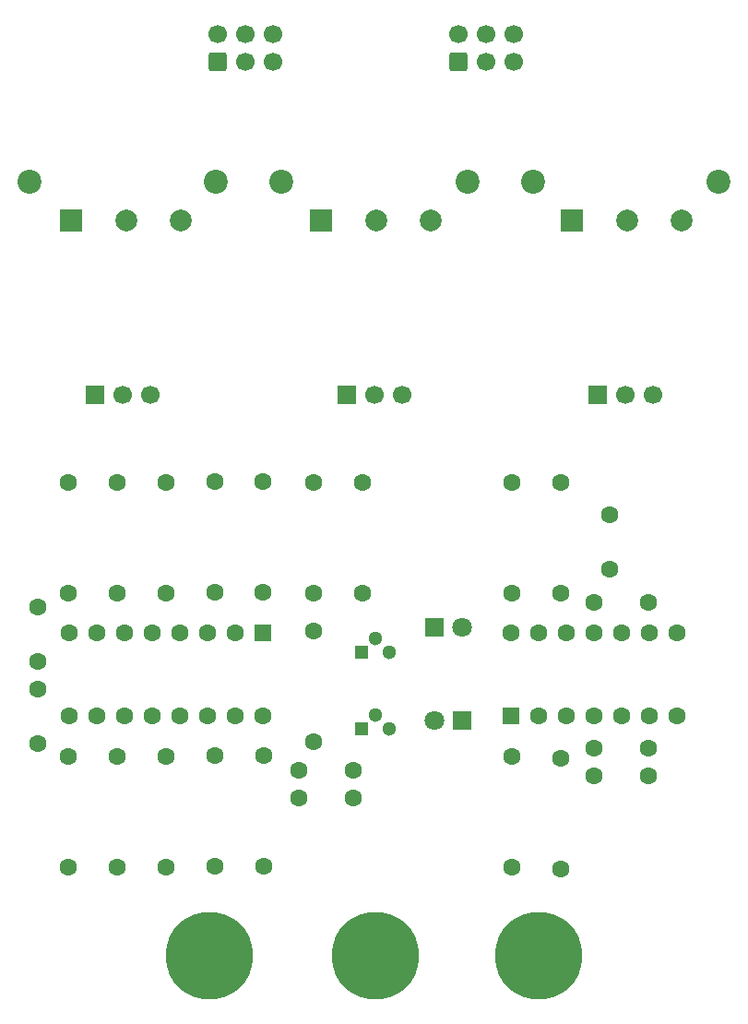
<source format=gbr>
%TF.GenerationSoftware,KiCad,Pcbnew,9.0.6*%
%TF.CreationDate,2026-01-12T01:08:44+11:00*%
%TF.ProjectId,low-pass-filter,6c6f772d-7061-4737-932d-66696c746572,rev?*%
%TF.SameCoordinates,Original*%
%TF.FileFunction,Soldermask,Bot*%
%TF.FilePolarity,Negative*%
%FSLAX46Y46*%
G04 Gerber Fmt 4.6, Leading zero omitted, Abs format (unit mm)*
G04 Created by KiCad (PCBNEW 9.0.6) date 2026-01-12 01:08:44*
%MOMM*%
%LPD*%
G01*
G04 APERTURE LIST*
G04 Aperture macros list*
%AMRoundRect*
0 Rectangle with rounded corners*
0 $1 Rounding radius*
0 $2 $3 $4 $5 $6 $7 $8 $9 X,Y pos of 4 corners*
0 Add a 4 corners polygon primitive as box body*
4,1,4,$2,$3,$4,$5,$6,$7,$8,$9,$2,$3,0*
0 Add four circle primitives for the rounded corners*
1,1,$1+$1,$2,$3*
1,1,$1+$1,$4,$5*
1,1,$1+$1,$6,$7*
1,1,$1+$1,$8,$9*
0 Add four rect primitives between the rounded corners*
20,1,$1+$1,$2,$3,$4,$5,0*
20,1,$1+$1,$4,$5,$6,$7,0*
20,1,$1+$1,$6,$7,$8,$9,0*
20,1,$1+$1,$8,$9,$2,$3,0*%
G04 Aperture macros list end*
%ADD10C,1.700000*%
%ADD11RoundRect,0.250000X0.600000X-0.600000X0.600000X0.600000X-0.600000X0.600000X-0.600000X-0.600000X0*%
%ADD12C,1.600000*%
%ADD13C,2.200000*%
%ADD14R,1.700000X1.700000*%
%ADD15R,2.000000X2.000000*%
%ADD16C,2.000000*%
%ADD17R,1.300000X1.300000*%
%ADD18C,1.300000*%
%ADD19C,8.000000*%
%ADD20R,1.800000X1.800000*%
%ADD21C,1.800000*%
%ADD22RoundRect,0.250000X0.550000X-0.550000X0.550000X0.550000X-0.550000X0.550000X-0.550000X-0.550000X0*%
%ADD23RoundRect,0.250000X-0.550000X0.550000X-0.550000X-0.550000X0.550000X-0.550000X0.550000X0.550000X0*%
G04 APERTURE END LIST*
D10*
%TO.C,J2*%
X94195001Y-48895000D03*
X94195001Y-51435000D03*
X91655001Y-48895000D03*
X91655001Y-51435000D03*
X89115001Y-48895000D03*
D11*
X89115001Y-51435000D03*
%TD*%
D12*
%TO.C,R8*%
X66810001Y-125270000D03*
X66810001Y-115110000D03*
%TD*%
%TO.C,R7*%
X71182766Y-89957451D03*
X71182766Y-100117451D03*
%TD*%
D13*
%TO.C,RV2*%
X72900001Y-62500000D03*
X89950001Y-62500000D03*
D14*
X78860001Y-82000000D03*
D10*
X81400001Y-82000000D03*
X83940001Y-82000000D03*
%TD*%
D12*
%TO.C,R3*%
X53310001Y-100190000D03*
X53310001Y-90030000D03*
%TD*%
D15*
%TO.C,J9*%
X99575001Y-66000000D03*
D16*
X104655001Y-66000000D03*
X109655001Y-66000000D03*
%TD*%
D17*
%TO.C,Q1*%
X80230001Y-105650000D03*
D18*
X81500001Y-104380000D03*
X82770001Y-105650000D03*
%TD*%
D19*
%TO.C,J5*%
X96500001Y-133524938D03*
%TD*%
D12*
%TO.C,R10*%
X57810001Y-115190000D03*
X57810001Y-125350000D03*
%TD*%
%TO.C,C2*%
X101618620Y-101063201D03*
X106618620Y-101063201D03*
%TD*%
D20*
%TO.C,D1*%
X86960001Y-103380000D03*
D21*
X89500001Y-103380000D03*
%TD*%
D12*
%TO.C,R6*%
X94040001Y-125349043D03*
X94040001Y-115189043D03*
%TD*%
%TO.C,R4*%
X98540001Y-115340000D03*
X98540001Y-125500000D03*
%TD*%
D20*
%TO.C,D2*%
X89500001Y-111880000D03*
D21*
X86960001Y-111880000D03*
%TD*%
D12*
%TO.C,R17*%
X75810001Y-113850000D03*
X75810001Y-103690000D03*
%TD*%
%TO.C,C1*%
X106618900Y-114405498D03*
X101618900Y-114405498D03*
%TD*%
%TO.C,R16*%
X80310001Y-100190000D03*
X80310001Y-90030000D03*
%TD*%
D22*
%TO.C,U2*%
X94000001Y-111500000D03*
D12*
X96540001Y-111500000D03*
X99080001Y-111500000D03*
X101620001Y-111500000D03*
X104160001Y-111500000D03*
X106700001Y-111500000D03*
X109240001Y-111500000D03*
X109240001Y-103880000D03*
X106700001Y-103880000D03*
X104160001Y-103880000D03*
X101620001Y-103880000D03*
X99080001Y-103880000D03*
X96540001Y-103880000D03*
X94000001Y-103880000D03*
%TD*%
%TO.C,R11*%
X53310001Y-115190000D03*
X53310001Y-125350000D03*
%TD*%
%TO.C,R14*%
X98540001Y-100189043D03*
X98540001Y-90029043D03*
%TD*%
%TO.C,C3*%
X101619099Y-116955337D03*
X106619099Y-116955337D03*
%TD*%
%TO.C,R15*%
X75810001Y-90030000D03*
X75810001Y-100190000D03*
%TD*%
%TO.C,C7*%
X50500000Y-106500000D03*
X50500000Y-101500000D03*
%TD*%
%TO.C,R12*%
X71310001Y-125270000D03*
X71310001Y-115110000D03*
%TD*%
D13*
%TO.C,RV1*%
X49800001Y-62500000D03*
X66850001Y-62500000D03*
D14*
X55760001Y-82000000D03*
D10*
X58300001Y-82000000D03*
X60840001Y-82000000D03*
%TD*%
D12*
%TO.C,R1*%
X62310001Y-90030000D03*
X62310001Y-100190000D03*
%TD*%
D13*
%TO.C,RV3*%
X96000001Y-62500000D03*
X113050001Y-62500000D03*
D14*
X101960001Y-82000000D03*
D10*
X104500001Y-82000000D03*
X107040001Y-82000000D03*
%TD*%
D23*
%TO.C,U1*%
X71200001Y-103880000D03*
D12*
X68660001Y-103880000D03*
X66120001Y-103880000D03*
X63580001Y-103880000D03*
X61040001Y-103880000D03*
X58500001Y-103880000D03*
X55960001Y-103880000D03*
X53420001Y-103880000D03*
X53420001Y-111500000D03*
X55960001Y-111500000D03*
X58500001Y-111500000D03*
X61040001Y-111500000D03*
X63580001Y-111500000D03*
X66120001Y-111500000D03*
X68660001Y-111500000D03*
X71200001Y-111500000D03*
%TD*%
%TO.C,C8*%
X50500000Y-114000000D03*
X50500000Y-109000000D03*
%TD*%
%TO.C,R5*%
X66810001Y-89977277D03*
X66810001Y-100137277D03*
%TD*%
D19*
%TO.C,J7*%
X66300001Y-133524938D03*
%TD*%
D12*
%TO.C,R13*%
X94040001Y-90029043D03*
X94040001Y-100189043D03*
%TD*%
D15*
%TO.C,J3*%
X53575001Y-66000000D03*
D16*
X58655001Y-66000000D03*
X63655001Y-66000000D03*
%TD*%
D12*
%TO.C,C5*%
X103040001Y-93000000D03*
X103040001Y-98000000D03*
%TD*%
D11*
%TO.C,J1*%
X67075001Y-51435000D03*
D10*
X67075001Y-48895000D03*
X69615001Y-51435000D03*
X69615001Y-48895000D03*
X72155001Y-51435000D03*
X72155001Y-48895000D03*
%TD*%
D12*
%TO.C,C6*%
X79500000Y-116500000D03*
X74500000Y-116500000D03*
%TD*%
%TO.C,R9*%
X62310001Y-115190000D03*
X62310001Y-125350000D03*
%TD*%
%TO.C,C4*%
X74500000Y-119000000D03*
X79500000Y-119000000D03*
%TD*%
D17*
%TO.C,Q2*%
X80230001Y-112650000D03*
D18*
X81500001Y-111380000D03*
X82770001Y-112650000D03*
%TD*%
D15*
%TO.C,J6*%
X76500000Y-66000000D03*
D16*
X81580000Y-66000000D03*
X86580000Y-66000000D03*
%TD*%
D19*
%TO.C,J4*%
X81500001Y-133524938D03*
%TD*%
D12*
%TO.C,R2*%
X57810001Y-100190000D03*
X57810001Y-90030000D03*
%TD*%
M02*

</source>
